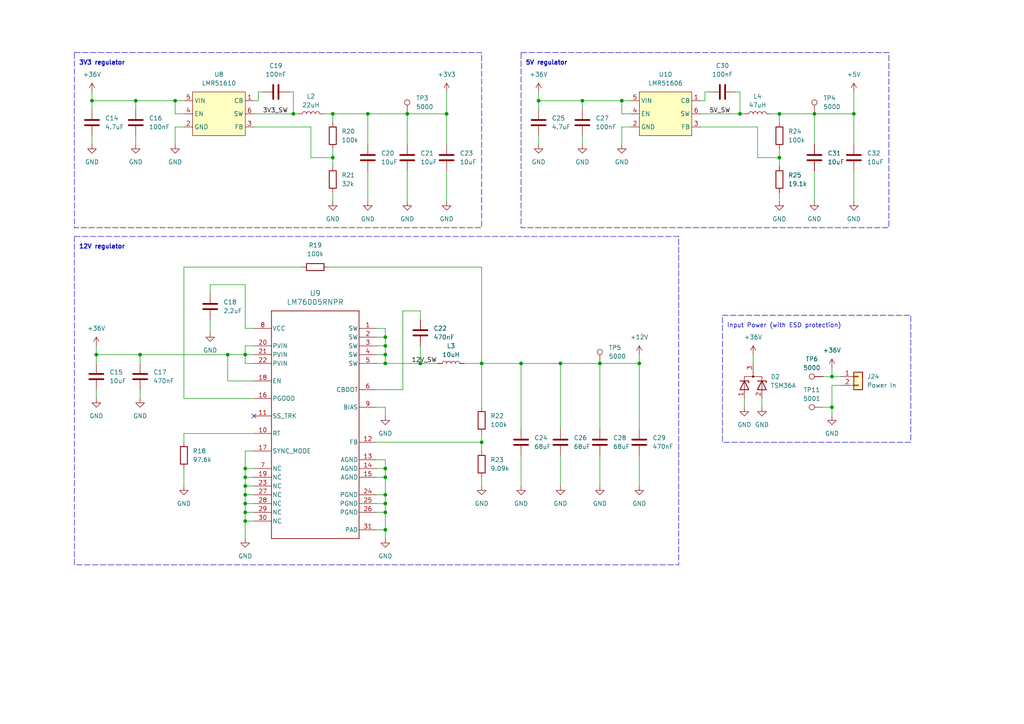
<source format=kicad_sch>
(kicad_sch (version 20231120) (generator "eeschema") (generator_version "8.0")
  (paper "A4")
  (lib_symbols
    (symbol "Connector:TestPoint" (pin_numbers hide) (pin_names (offset 0.762) hide)
      (property "Reference" "TP" (at 0 6.858 0))
      (property "Value" "TestPoint" (at 0 5.08 0))
      (symbol "TestPoint_0_1"
        (circle (center 0 3.302) (radius 0.762))
      )
      (symbol "TestPoint_1_1"
        (pin passive line (at 0 0 90) (length 2.54) (name "1") (number "1"))
      )
    )
    (symbol "Connector_Generic:Conn_01x02" (pin_names (offset 1.016) hide)
      (property "Reference" "J" (at 0 2.54 0))
      (property "Value" "Conn_01x02" (at 0 -5.08 0))
      (symbol "Conn_01x02_1_1"
        (rectangle (start -1.27 -2.413) (end 0 -2.667) (stroke (width 0.1524)))
        (rectangle (start -1.27 0.127) (end 0 -0.127) (stroke (width 0.1524)))
        (rectangle (start -1.27 1.27) (end 1.27 -3.81) (stroke (width 0.254)) (fill (type background)))
        (pin passive line (at -5.08 0 0) (length 3.81) (name "Pin_1") (number "1"))
        (pin passive line (at -5.08 -2.54 0) (length 3.81) (name "Pin_2") (number "2"))
      )
    )
    (symbol "Device:C" (pin_numbers hide) (pin_names (offset 0.254))
      (property "Reference" "C" (at 0.635 2.54 0))
      (property "Value" "C" (at 0.635 -2.54 0))
      (symbol "C_0_1"
        (polyline (pts (xy -2.032 -0.762) (xy 2.032 -0.762)) (stroke (width 0.508)))
        (polyline (pts (xy -2.032 0.762) (xy 2.032 0.762)) (stroke (width 0.508)))
      )
      (symbol "C_1_1"
        (pin passive line (at 0 3.81 270) (length 2.794) (name "~") (number "1"))
        (pin passive line (at 0 -3.81 90) (length 2.794) (name "~") (number "2"))
      )
    )
    (symbol "Device:D_Zener_Dual_CommonCathode_AAK_Parallel" (pin_names (offset 0.762) hide)
      (property "Reference" "D" (at 0 5.08 0))
      (property "Value" "D_Zener_Dual_CommonCathode_AAK_Parallel" (at 0 -5.08 0))
      (symbol "D_Zener_Dual_CommonCathode_AAK_Parallel_0_0"
        (polyline (pts (xy 0 -1.27) (xy 0 -3.81) (xy -0.508 -3.81)) (stroke (width 0.254)))
        (polyline (pts (xy 0 3.81) (xy 0 1.27) (xy -0.508 1.27)) (stroke (width 0.254)))
      )
      (symbol "D_Zener_Dual_CommonCathode_AAK_Parallel_0_1"
        (polyline (pts (xy 1.27 0) (xy 2.54 0)))
        (polyline (pts (xy -2.54 -2.54) (xy 1.27 -2.54) (xy 1.27 2.54) (xy -2.54 2.54)))
        (polyline (pts (xy -2.54 -1.27) (xy 0 -2.54) (xy -2.54 -3.81) (xy -2.54 -1.27) (xy -2.54 -1.27) (xy -2.54 -1.27)) (stroke (width 0.254)))
        (polyline (pts (xy -2.54 3.81) (xy 0 2.54) (xy -2.54 1.27) (xy -2.54 3.81) (xy -2.54 3.81) (xy -2.54 3.81)) (stroke (width 0.254)))
        (circle (center 1.27 0) (radius 0.254) (fill (type outline)))
        (pin passive line (at -5.08 2.54 0) (length 2.54) (name "K") (number "1"))
        (pin passive line (at -5.08 -2.54 0) (length 2.54) (name "K") (number "2"))
        (pin passive line (at 5.08 0 180) (length 2.54) (name "A") (number "3"))
      )
    )
    (symbol "Device:L" (pin_numbers hide) (pin_names (offset 1.016) hide)
      (property "Reference" "L" (at -1.27 0 90))
      (property "Value" "L" (at 1.905 0 90))
      (symbol "L_0_1"
        (arc (start 0 -2.54) (mid 0.6323 -1.905) (end 0 -1.27))
        (arc (start 0 -1.27) (mid 0.6323 -0.635) (end 0 0))
        (arc (start 0 0) (mid 0.6323 0.635) (end 0 1.27))
        (arc (start 0 1.27) (mid 0.6323 1.905) (end 0 2.54))
      )
      (symbol "L_1_1"
        (pin passive line (at 0 3.81 270) (length 1.27) (name "1") (number "1"))
        (pin passive line (at 0 -3.81 90) (length 1.27) (name "2") (number "2"))
      )
    )
    (symbol "Device:R" (pin_numbers hide) (pin_names (offset 0))
      (property "Reference" "R" (at 2.032 0 90))
      (property "Value" "R" (at 0 0 90))
      (symbol "R_0_1"
        (rectangle (start -1.016 -2.54) (end 1.016 2.54) (stroke (width 0.254)))
      )
      (symbol "R_1_1"
        (pin passive line (at 0 3.81 270) (length 1.27) (name "~") (number "1"))
        (pin passive line (at 0 -3.81 90) (length 1.27) (name "~") (number "2"))
      )
    )
    (symbol "LM76005RNPR:LM76005RNPR" (pin_names (offset 0.254))
      (property "Reference" "U" (at 0 2.54 0))
      (property "Value" "LM76005RNPR" (at 0 0 0))
      (symbol "LM76005RNPR_1_1"
        (polyline (pts (xy -12.7 -30.48) (xy 12.7 -30.48)) (stroke (width 0.2032)))
        (polyline (pts (xy -12.7 35.56) (xy -12.7 -30.48)) (stroke (width 0.2032)))
        (polyline (pts (xy 12.7 -30.48) (xy 12.7 35.56)) (stroke (width 0.2032)))
        (polyline (pts (xy 12.7 35.56) (xy -12.7 35.56)) (stroke (width 0.2032)))
        (pin power_in line (at 17.78 30.48 180) (length 5.08) (name "SW") (number "1"))
        (pin input line (at -17.78 0 0) (length 5.08) (name "RT") (number "10"))
        (pin input line (at -17.78 5.08 0) (length 5.08) (name "SS_TRK") (number "11"))
        (pin input line (at 17.78 -2.54 180) (length 5.08) (name "FB") (number "12"))
        (pin power_in line (at 17.78 -7.62 180) (length 5.08) (name "AGND") (number "13"))
        (pin power_in line (at 17.78 -10.16 180) (length 5.08) (name "AGND") (number "14"))
        (pin power_in line (at 17.78 -12.7 180) (length 5.08) (name "AGND") (number "15"))
        (pin open_collector line (at -17.78 10.16 0) (length 5.08) (name "PGOOD") (number "16"))
        (pin input line (at -17.78 -5.08 0) (length 5.08) (name "SYNC_MODE") (number "17"))
        (pin input line (at -17.78 15.24 0) (length 5.08) (name "EN") (number "18"))
        (pin unspecified line (at -17.78 -12.7 0) (length 5.08) (name "NC") (number "19"))
        (pin power_in line (at 17.78 27.94 180) (length 5.08) (name "SW") (number "2"))
        (pin power_in line (at -17.78 25.4 0) (length 5.08) (name "PVIN") (number "20"))
        (pin power_in line (at -17.78 22.86 0) (length 5.08) (name "PVIN") (number "21"))
        (pin power_in line (at -17.78 20.32 0) (length 5.08) (name "PVIN") (number "22"))
        (pin unspecified line (at -17.78 -15.24 0) (length 5.08) (name "NC") (number "23"))
        (pin power_in line (at 17.78 -17.78 180) (length 5.08) (name "PGND") (number "24"))
        (pin power_in line (at 17.78 -20.32 180) (length 5.08) (name "PGND") (number "25"))
        (pin power_in line (at 17.78 -22.86 180) (length 5.08) (name "PGND") (number "26"))
        (pin unspecified line (at -17.78 -17.78 0) (length 5.08) (name "NC") (number "27"))
        (pin unspecified line (at -17.78 -20.32 0) (length 5.08) (name "NC") (number "28"))
        (pin unspecified line (at -17.78 -22.86 0) (length 5.08) (name "NC") (number "29"))
        (pin power_in line (at 17.78 25.4 180) (length 5.08) (name "SW") (number "3"))
        (pin unspecified line (at -17.78 -25.4 0) (length 5.08) (name "NC") (number "30"))
        (pin power_in line (at 17.78 -27.94 180) (length 5.08) (name "PAD") (number "31"))
        (pin power_in line (at 17.78 22.86 180) (length 5.08) (name "SW") (number "4"))
        (pin power_in line (at 17.78 20.32 180) (length 5.08) (name "SW") (number "5"))
        (pin power_in line (at 17.78 12.7 180) (length 5.08) (name "CBOOT") (number "6"))
        (pin unspecified line (at -17.78 -10.16 0) (length 5.08) (name "NC") (number "7"))
        (pin power_in line (at -17.78 30.48 0) (length 5.08) (name "VCC") (number "8"))
        (pin unspecified line (at 17.78 7.62 180) (length 5.08) (name "BIAS") (number "9"))
      )
    )
    (symbol "custom:LMR51610XDBVR"
      (property "Reference" "U" (at 0 7.62 0))
      (symbol "LMR51610XDBVR_1_1"
        (rectangle (start -7.62 6.35) (end 7.62 -6.35) (fill (type background)))
        (pin power_out line (at 10.16 3.81 180) (length 2.54) (name "CB") (number "1"))
        (pin passive line (at -10.16 -3.81 0) (length 2.54) (name "GND") (number "2"))
        (pin input line (at 10.16 -3.81 180) (length 2.54) (name "FB") (number "3"))
        (pin input line (at -10.16 0 0) (length 2.54) (name "EN") (number "4"))
        (pin power_in line (at -10.16 3.81 0) (length 2.54) (name "VIN") (number "5"))
        (pin power_out line (at 10.16 0 180) (length 2.54) (name "SW") (number "6"))
      )
    )
    (symbol "power:+12V" (power) (pin_names (offset 0))
      (property "Value" "+12V" (at 0 3.556 0))
      (symbol "+12V_0_1"
        (polyline (pts (xy -0.762 1.27) (xy 0 2.54)))
        (polyline (pts (xy 0 0) (xy 0 2.54)))
        (polyline (pts (xy 0 2.54) (xy 0.762 1.27)))
      )
      (symbol "+12V_1_1"
        (pin power_in line (at 0 0 90) (length 0) hide (name "+12V") (number "1"))
      )
    )
    (symbol "power:+36V" (power) (pin_names (offset 0))
      (property "Value" "+36V" (at 0 3.556 0))
      (symbol "+36V_0_1"
        (polyline (pts (xy -0.762 1.27) (xy 0 2.54)))
        (polyline (pts (xy 0 0) (xy 0 2.54)))
        (polyline (pts (xy 0 2.54) (xy 0.762 1.27)))
      )
      (symbol "+36V_1_1"
        (pin power_in line (at 0 0 90) (length 0) hide (name "+36V") (number "1"))
      )
    )
    (symbol "power:+3V3" (power) (pin_names (offset 0))
      (property "Value" "+3V3" (at 0 3.556 0))
      (symbol "+3V3_0_1"
        (polyline (pts (xy -0.762 1.27) (xy 0 2.54)))
        (polyline (pts (xy 0 0) (xy 0 2.54)))
        (polyline (pts (xy 0 2.54) (xy 0.762 1.27)))
      )
      (symbol "+3V3_1_1"
        (pin power_in line (at 0 0 90) (length 0) hide (name "+3V3") (number "1"))
      )
    )
    (symbol "power:+5V" (power) (pin_names (offset 0))
      (property "Value" "+5V" (at 0 3.556 0))
      (symbol "+5V_0_1"
        (polyline (pts (xy -0.762 1.27) (xy 0 2.54)))
        (polyline (pts (xy 0 0) (xy 0 2.54)))
        (polyline (pts (xy 0 2.54) (xy 0.762 1.27)))
      )
      (symbol "+5V_1_1"
        (pin power_in line (at 0 0 90) (length 0) hide (name "+5V") (number "1"))
      )
    )
    (symbol "power:GND" (power) (pin_names (offset 0))
      (property "Value" "GND" (at 0 -3.81 0))
      (symbol "GND_0_1"
        (polyline (pts (xy 0 0) (xy 0 -1.27) (xy 1.27 -1.27) (xy 0 -2.54) (xy -1.27 -1.27) (xy 0 -1.27)))
      )
      (symbol "GND_1_1"
        (pin power_in line (at 0 0 270) (length 0) hide (name "GND") (number "1"))
      )
    )
  )
  (junction (at 236.22 33.02))
  (junction (at 26.67 29.21))
  (junction (at 214.63 33.02))
  (junction (at 111.76 97.79))
  (junction (at 111.76 143.51))
  (junction (at 71.12 146.05))
  (junction (at 85.09 33.02))
  (junction (at 111.76 135.89))
  (junction (at 39.37 29.21))
  (junction (at 168.91 29.21))
  (junction (at 111.76 138.43))
  (junction (at 173.99 105.41))
  (junction (at 111.76 148.59))
  (junction (at 50.8 29.21))
  (junction (at 111.76 102.87))
  (junction (at 156.21 29.21))
  (junction (at 129.54 33.02))
  (junction (at 106.68 33.02))
  (junction (at 121.92 105.41))
  (junction (at 111.76 153.67))
  (junction (at 96.52 33.02))
  (junction (at 226.06 45.72))
  (junction (at 66.04 102.87))
  (junction (at 40.64 102.87))
  (junction (at 118.11 33.02))
  (junction (at 71.12 143.51))
  (junction (at 185.42 105.41))
  (junction (at 247.65 33.02))
  (junction (at 111.76 105.41))
  (junction (at 71.12 102.87))
  (junction (at 241.3 109.22))
  (junction (at 226.06 33.02))
  (junction (at 162.56 105.41))
  (junction (at 111.76 146.05))
  (junction (at 180.34 29.21))
  (junction (at 71.12 135.89))
  (junction (at 151.13 105.41))
  (junction (at 71.12 138.43))
  (junction (at 71.12 151.13))
  (junction (at 71.12 148.59))
  (junction (at 139.7 105.41))
  (junction (at 139.7 128.27))
  (junction (at 111.76 100.33))
  (junction (at 71.12 140.97))
  (junction (at 241.3 118.11))
  (junction (at 96.52 45.72))
  (junction (at 27.94 102.87))
  (no_connect (at 73.66 120.65))
  (wire (pts (xy 95.25 77.47) (xy 139.7 77.47)))
  (wire (pts (xy 121.92 105.41) (xy 127 105.41)))
  (wire (pts (xy 180.34 29.21) (xy 180.34 33.02)))
  (wire (pts (xy 111.76 100.33) (xy 111.76 102.87)))
  (wire (pts (xy 156.21 29.21) (xy 168.91 29.21)))
  (wire (pts (xy 151.13 105.41) (xy 151.13 124.46)))
  (wire (pts (xy 26.67 26.67) (xy 26.67 29.21)))
  (wire (pts (xy 241.3 106.68) (xy 241.3 109.22)))
  (wire (pts (xy 241.3 109.22) (xy 243.84 109.22)))
  (wire (pts (xy 203.2 29.21) (xy 204.47 29.21)))
  (wire (pts (xy 111.76 102.87) (xy 111.76 105.41)))
  (wire (pts (xy 223.52 33.02) (xy 226.06 33.02)))
  (wire (pts (xy 53.34 128.27) (xy 53.34 125.73)))
  (wire (pts (xy 180.34 29.21) (xy 168.91 29.21)))
  (wire (pts (xy 26.67 29.21) (xy 39.37 29.21)))
  (wire (pts (xy 73.66 29.21) (xy 74.93 29.21)))
  (wire (pts (xy 71.12 100.33) (xy 71.12 102.87)))
  (wire (pts (xy 204.47 26.67) (xy 205.74 26.67)))
  (wire (pts (xy 60.96 82.55) (xy 60.96 85.09)))
  (wire (pts (xy 50.8 41.91) (xy 50.8 36.83)))
  (wire (pts (xy 71.12 143.51) (xy 71.12 146.05)))
  (wire (pts (xy 40.64 102.87) (xy 66.04 102.87)))
  (wire (pts (xy 109.22 95.25) (xy 111.76 95.25)))
  (wire (pts (xy 111.76 138.43) (xy 111.76 143.51)))
  (wire (pts (xy 73.66 115.57) (xy 53.34 115.57)))
  (wire (pts (xy 182.88 29.21) (xy 180.34 29.21)))
  (wire (pts (xy 93.98 33.02) (xy 96.52 33.02)))
  (wire (pts (xy 156.21 39.37) (xy 156.21 41.91)))
  (wire (pts (xy 118.11 33.02) (xy 118.11 41.91)))
  (wire (pts (xy 168.91 29.21) (xy 168.91 31.75)))
  (wire (pts (xy 74.93 29.21) (xy 74.93 26.67)))
  (wire (pts (xy 27.94 102.87) (xy 27.94 105.41)))
  (wire (pts (xy 139.7 77.47) (xy 139.7 105.41)))
  (wire (pts (xy 185.42 105.41) (xy 185.42 102.87)))
  (wire (pts (xy 111.76 133.35) (xy 111.76 135.89)))
  (wire (pts (xy 111.76 153.67) (xy 109.22 153.67)))
  (wire (pts (xy 134.62 105.41) (xy 139.7 105.41)))
  (wire (pts (xy 116.84 113.03) (xy 116.84 90.17)))
  (wire (pts (xy 71.12 151.13) (xy 73.66 151.13)))
  (wire (pts (xy 50.8 29.21) (xy 39.37 29.21)))
  (wire (pts (xy 71.12 151.13) (xy 71.12 156.21)))
  (wire (pts (xy 39.37 39.37) (xy 39.37 41.91)))
  (wire (pts (xy 111.76 118.11) (xy 109.22 118.11)))
  (wire (pts (xy 219.71 45.72) (xy 226.06 45.72)))
  (wire (pts (xy 109.22 113.03) (xy 116.84 113.03)))
  (wire (pts (xy 129.54 33.02) (xy 129.54 41.91)))
  (wire (pts (xy 73.66 95.25) (xy 71.12 95.25)))
  (wire (pts (xy 66.04 102.87) (xy 71.12 102.87)))
  (wire (pts (xy 60.96 92.71) (xy 60.96 96.52)))
  (wire (pts (xy 73.66 100.33) (xy 71.12 100.33)))
  (wire (pts (xy 203.2 36.83) (xy 219.71 36.83)))
  (wire (pts (xy 241.3 111.76) (xy 243.84 111.76)))
  (wire (pts (xy 106.68 49.53) (xy 106.68 58.42)))
  (wire (pts (xy 71.12 146.05) (xy 71.12 148.59)))
  (wire (pts (xy 71.12 105.41) (xy 73.66 105.41)))
  (wire (pts (xy 71.12 138.43) (xy 73.66 138.43)))
  (wire (pts (xy 85.09 33.02) (xy 86.36 33.02)))
  (wire (pts (xy 71.12 130.81) (xy 71.12 135.89)))
  (wire (pts (xy 226.06 45.72) (xy 226.06 48.26)))
  (wire (pts (xy 71.12 148.59) (xy 73.66 148.59)))
  (wire (pts (xy 111.76 120.65) (xy 111.76 118.11)))
  (wire (pts (xy 109.22 102.87) (xy 111.76 102.87)))
  (wire (pts (xy 238.76 118.11) (xy 241.3 118.11)))
  (wire (pts (xy 50.8 33.02) (xy 53.34 33.02)))
  (wire (pts (xy 109.22 128.27) (xy 139.7 128.27)))
  (wire (pts (xy 71.12 82.55) (xy 60.96 82.55)))
  (wire (pts (xy 73.66 135.89) (xy 71.12 135.89)))
  (wire (pts (xy 213.36 26.67) (xy 214.63 26.67)))
  (wire (pts (xy 139.7 128.27) (xy 139.7 125.73)))
  (wire (pts (xy 236.22 33.02) (xy 247.65 33.02)))
  (wire (pts (xy 27.94 100.33) (xy 27.94 102.87)))
  (wire (pts (xy 162.56 132.08) (xy 162.56 140.97)))
  (wire (pts (xy 226.06 43.18) (xy 226.06 45.72)))
  (wire (pts (xy 156.21 31.75) (xy 156.21 29.21)))
  (wire (pts (xy 106.68 33.02) (xy 106.68 41.91)))
  (wire (pts (xy 109.22 146.05) (xy 111.76 146.05)))
  (wire (pts (xy 71.12 102.87) (xy 71.12 105.41)))
  (wire (pts (xy 106.68 33.02) (xy 118.11 33.02)))
  (wire (pts (xy 73.66 33.02) (xy 85.09 33.02)))
  (wire (pts (xy 50.8 29.21) (xy 50.8 33.02)))
  (wire (pts (xy 109.22 97.79) (xy 111.76 97.79)))
  (wire (pts (xy 40.64 113.03) (xy 40.64 115.57)))
  (wire (pts (xy 151.13 105.41) (xy 162.56 105.41)))
  (wire (pts (xy 247.65 49.53) (xy 247.65 58.42)))
  (wire (pts (xy 111.76 143.51) (xy 111.76 146.05)))
  (wire (pts (xy 139.7 128.27) (xy 139.7 130.81)))
  (wire (pts (xy 71.12 138.43) (xy 71.12 140.97)))
  (wire (pts (xy 53.34 115.57) (xy 53.34 77.47)))
  (wire (pts (xy 247.65 26.67) (xy 247.65 33.02)))
  (wire (pts (xy 27.94 102.87) (xy 40.64 102.87)))
  (wire (pts (xy 40.64 102.87) (xy 40.64 105.41)))
  (wire (pts (xy 129.54 26.67) (xy 129.54 33.02)))
  (wire (pts (xy 220.98 115.57) (xy 220.98 118.11)))
  (wire (pts (xy 96.52 45.72) (xy 96.52 48.26)))
  (wire (pts (xy 168.91 39.37) (xy 168.91 41.91)))
  (wire (pts (xy 129.54 49.53) (xy 129.54 58.42)))
  (wire (pts (xy 73.66 130.81) (xy 71.12 130.81)))
  (wire (pts (xy 111.76 148.59) (xy 109.22 148.59)))
  (wire (pts (xy 121.92 90.17) (xy 121.92 92.71)))
  (wire (pts (xy 121.92 100.33) (xy 121.92 105.41)))
  (wire (pts (xy 214.63 26.67) (xy 214.63 33.02)))
  (wire (pts (xy 116.84 90.17) (xy 121.92 90.17)))
  (wire (pts (xy 96.52 33.02) (xy 106.68 33.02)))
  (wire (pts (xy 180.34 33.02) (xy 182.88 33.02)))
  (wire (pts (xy 173.99 132.08) (xy 173.99 140.97)))
  (wire (pts (xy 111.76 148.59) (xy 111.76 153.67)))
  (wire (pts (xy 109.22 138.43) (xy 111.76 138.43)))
  (wire (pts (xy 241.3 120.65) (xy 241.3 118.11)))
  (wire (pts (xy 111.76 95.25) (xy 111.76 97.79)))
  (wire (pts (xy 109.22 100.33) (xy 111.76 100.33)))
  (wire (pts (xy 83.82 26.67) (xy 85.09 26.67)))
  (wire (pts (xy 71.12 140.97) (xy 71.12 143.51)))
  (wire (pts (xy 162.56 105.41) (xy 173.99 105.41)))
  (wire (pts (xy 66.04 102.87) (xy 66.04 110.49)))
  (wire (pts (xy 185.42 105.41) (xy 185.42 124.46)))
  (wire (pts (xy 185.42 132.08) (xy 185.42 140.97)))
  (wire (pts (xy 118.11 33.02) (xy 129.54 33.02)))
  (wire (pts (xy 214.63 33.02) (xy 215.9 33.02)))
  (wire (pts (xy 226.06 33.02) (xy 226.06 35.56)))
  (wire (pts (xy 204.47 29.21) (xy 204.47 26.67)))
  (wire (pts (xy 96.52 43.18) (xy 96.52 45.72)))
  (wire (pts (xy 96.52 33.02) (xy 96.52 35.56)))
  (wire (pts (xy 247.65 33.02) (xy 247.65 41.91)))
  (wire (pts (xy 71.12 146.05) (xy 73.66 146.05)))
  (wire (pts (xy 53.34 125.73) (xy 73.66 125.73)))
  (wire (pts (xy 111.76 135.89) (xy 111.76 138.43)))
  (wire (pts (xy 109.22 133.35) (xy 111.76 133.35)))
  (wire (pts (xy 238.76 109.22) (xy 241.3 109.22)))
  (wire (pts (xy 226.06 33.02) (xy 236.22 33.02)))
  (wire (pts (xy 71.12 143.51) (xy 73.66 143.51)))
  (wire (pts (xy 162.56 105.41) (xy 162.56 124.46)))
  (wire (pts (xy 53.34 77.47) (xy 87.63 77.47)))
  (wire (pts (xy 241.3 118.11) (xy 241.3 111.76)))
  (wire (pts (xy 173.99 105.41) (xy 173.99 124.46)))
  (wire (pts (xy 236.22 49.53) (xy 236.22 58.42)))
  (wire (pts (xy 139.7 105.41) (xy 139.7 118.11)))
  (wire (pts (xy 90.17 45.72) (xy 96.52 45.72)))
  (wire (pts (xy 111.76 146.05) (xy 111.76 148.59)))
  (wire (pts (xy 71.12 102.87) (xy 73.66 102.87)))
  (wire (pts (xy 151.13 132.08) (xy 151.13 140.97)))
  (wire (pts (xy 73.66 110.49) (xy 66.04 110.49)))
  (wire (pts (xy 39.37 29.21) (xy 39.37 31.75)))
  (wire (pts (xy 139.7 105.41) (xy 151.13 105.41)))
  (wire (pts (xy 96.52 55.88) (xy 96.52 58.42)))
  (wire (pts (xy 111.76 153.67) (xy 111.76 156.21)))
  (wire (pts (xy 27.94 113.03) (xy 27.94 115.57)))
  (wire (pts (xy 219.71 36.83) (xy 219.71 45.72)))
  (wire (pts (xy 109.22 135.89) (xy 111.76 135.89)))
  (wire (pts (xy 71.12 140.97) (xy 73.66 140.97)))
  (wire (pts (xy 118.11 49.53) (xy 118.11 58.42)))
  (wire (pts (xy 26.67 39.37) (xy 26.67 41.91)))
  (wire (pts (xy 180.34 36.83) (xy 182.88 36.83)))
  (wire (pts (xy 109.22 105.41) (xy 111.76 105.41)))
  (wire (pts (xy 180.34 41.91) (xy 180.34 36.83)))
  (wire (pts (xy 85.09 26.67) (xy 85.09 33.02)))
  (wire (pts (xy 71.12 95.25) (xy 71.12 82.55)))
  (wire (pts (xy 218.44 102.87) (xy 218.44 105.41)))
  (wire (pts (xy 236.22 33.02) (xy 236.22 41.91)))
  (wire (pts (xy 71.12 148.59) (xy 71.12 151.13)))
  (wire (pts (xy 74.93 26.67) (xy 76.2 26.67)))
  (wire (pts (xy 90.17 36.83) (xy 90.17 45.72)))
  (wire (pts (xy 111.76 105.41) (xy 121.92 105.41)))
  (wire (pts (xy 226.06 55.88) (xy 226.06 58.42)))
  (wire (pts (xy 139.7 138.43) (xy 139.7 140.97)))
  (wire (pts (xy 53.34 29.21) (xy 50.8 29.21)))
  (wire (pts (xy 53.34 135.89) (xy 53.34 140.97)))
  (wire (pts (xy 111.76 97.79) (xy 111.76 100.33)))
  (wire (pts (xy 215.9 115.57) (xy 215.9 118.11)))
  (wire (pts (xy 26.67 31.75) (xy 26.67 29.21)))
  (wire (pts (xy 156.21 26.67) (xy 156.21 29.21)))
  (wire (pts (xy 71.12 135.89) (xy 71.12 138.43)))
  (wire (pts (xy 109.22 143.51) (xy 111.76 143.51)))
  (wire (pts (xy 50.8 36.83) (xy 53.34 36.83)))
  (wire (pts (xy 203.2 33.02) (xy 214.63 33.02)))
  (wire (pts (xy 173.99 105.41) (xy 185.42 105.41)))
  (wire (pts (xy 73.66 36.83) (xy 90.17 36.83)))
  (rectangle (start 151.13 15.24) (end 257.81 66.04) (stroke (width 0) (type dash)))
  (rectangle (start 21.59 15.24) (end 139.7 66.04) (stroke (width 0) (type dash)))
  (rectangle (start 209.55 91.44) (end 264.16 128.27) (stroke (width 0) (type dash)))
  (rectangle (start 21.59 68.58) (end 196.85 163.83) (stroke (width 0) (type dash)))
  (text "Input Power (with ESD protection)" (at 210.82 95.25 0) (effects (font (size 1.27 1.27)) (justify left bottom)))
  (text "12V regulator" (at 22.86 72.39 0) (effects (font (size 1.27 1.27) (thickness 0.254) (bold yes)) (justify left bottom)))
  (text "5V regulator" (at 152.4 19.05 0) (effects (font (size 1.27 1.27) (thickness 0.254) (bold yes)) (justify left bottom)))
  (text "3V3 regulator" (at 22.86 19.05 0) (effects (font (size 1.27 1.27) (thickness 0.254) (bold yes)) (justify left bottom)))
  (label "3V3_SW" (at 76.2 33.02 0))
  (label "5V_SW" (at 205.74 33.02 0))
  (label "12V_SW" (at 119.38 105.41 0))
  (symbol (lib_id "Connector_Generic:Conn_01x02") (at 248.92 109.22 0) (unit 1)
    (property "Reference" "J24" (at 251.46 109.22 0) (effects (justify left)))
    (property "Value" "Power In" (at 251.46 111.76 0) (effects (justify left)))
    (property "Footprint" "Connector_JST:JST_VH_S2P-VH_1x02_P3.96mm_Horizontal" (effects (hide yes)))
  )
  (symbol (lib_id "Device:C") (at 80.01 26.67 90) (unit 1)
    (property "Reference" "C19" (at 80.01 19.05 90))
    (property "Value" "100nF" (at 80.01 21.59 90))
    (property "Footprint" "Capacitor_SMD:C_0603_1608Metric_Pad1.08x0.95mm_HandSolder" (effects (hide yes)))
    (property "info" "VDC = 16 V " (effects (hide yes)))
  )
  (symbol (lib_id "Connector:TestPoint") (at 173.99 105.41 0) (unit 1)
    (property "Reference" "TP5" (at 176.53 100.838 0) (effects (justify left)))
    (property "Value" "5000" (at 176.53 103.378 0) (effects (justify left)))
    (property "Footprint" "TestPoint:TestPoint_Keystone_5000-5004_Miniature" (effects (hide yes)))
  )
  (symbol (lib_id "Device:C") (at 129.54 45.72 0) (unit 1)
    (property "Reference" "C23" (at 133.35 44.45 0) (effects (justify left)))
    (property "Value" "10uF" (at 133.35 46.99 0) (effects (justify left)))
    (property "Footprint" "Capacitor_SMD:C_0805_2012Metric_Pad1.18x1.45mm_HandSolder" (effects (hide yes)))
    (property "p/n" "C0805C106K8PACTU" (effects (hide yes)))
  )
  (symbol (lib_id "power:GND") (at 162.56 140.97 0) (unit 1)
    (property "Reference" "#PWR0118" (effects (hide yes)))
    (property "Value" "GND" (at 162.56 146.05 0))
  )
  (symbol (lib_id "power:GND") (at 241.3 120.65 0) (unit 1)
    (property "Reference" "#PWR0176" (effects (hide yes)))
    (property "Value" "GND" (at 241.3 125.73 0))
  )
  (symbol (lib_id "power:GND") (at 226.06 58.42 0) (unit 1)
    (property "Reference" "#PWR0124" (effects (hide yes)))
    (property "Value" "GND" (at 226.06 63.5 0))
  )
  (symbol (lib_id "power:GND") (at 60.96 96.52 0) (unit 1)
    (property "Reference" "#PWR0105" (effects (hide yes)))
    (property "Value" "GND" (at 60.96 101.6 0))
  )
  (symbol (lib_id "Device:R") (at 139.7 134.62 0) (unit 1)
    (property "Reference" "R23" (at 142.24 133.35 0) (effects (justify left)))
    (property "Value" "9.09k" (at 142.24 135.89 0) (effects (justify left)))
    (property "Footprint" "Resistor_SMD:R_0603_1608Metric_Pad0.98x0.95mm_HandSolder" (effects (hide yes)))
    (property "info" "100mW" (effects (hide yes)))
  )
  (symbol (lib_id "Connector:TestPoint") (at 236.22 33.02 0) (unit 1)
    (property "Reference" "TP4" (at 238.76 28.448 0) (effects (justify left)))
    (property "Value" "5000" (at 238.76 30.988 0) (effects (justify left)))
    (property "Footprint" "TestPoint:TestPoint_Keystone_5000-5004_Miniature" (effects (hide yes)))
  )
  (symbol (lib_id "Device:C") (at 106.68 45.72 0) (unit 1)
    (property "Reference" "C20" (at 110.49 44.45 0) (effects (justify left)))
    (property "Value" "10uF" (at 110.49 46.99 0) (effects (justify left)))
    (property "Footprint" "Capacitor_SMD:C_0805_2012Metric_Pad1.18x1.45mm_HandSolder" (effects (hide yes)))
    (property "p/n" "C0805C106K8PACTU" (effects (hide yes)))
  )
  (symbol (lib_id "Device:C") (at 118.11 45.72 0) (unit 1)
    (property "Reference" "C21" (at 121.92 44.45 0) (effects (justify left)))
    (property "Value" "10uF" (at 121.92 46.99 0) (effects (justify left)))
    (property "Footprint" "Capacitor_SMD:C_0805_2012Metric_Pad1.18x1.45mm_HandSolder" (effects (hide yes)))
    (property "p/n" "C0805C106K8PACTU" (effects (hide yes)))
  )
  (symbol (lib_id "power:GND") (at 111.76 156.21 0) (unit 1)
    (property "Reference" "#PWR0110" (effects (hide yes)))
    (property "Value" "GND" (at 111.76 161.29 0))
  )
  (symbol (lib_id "power:+36V") (at 156.21 26.67 0) (unit 1)
    (property "Reference" "#PWR0116" (effects (hide yes)))
    (property "Value" "+36V" (at 156.21 21.59 0))
  )
  (symbol (lib_id "Device:R") (at 91.44 77.47 90) (unit 1)
    (property "Reference" "R19" (at 91.44 71.12 90))
    (property "Value" "100k" (at 91.44 73.66 90))
    (property "Footprint" "Resistor_SMD:R_0603_1608Metric_Pad0.98x0.95mm_HandSolder" (effects (hide yes)))
    (property "info" "100mW" (effects (hide yes)))
  )
  (symbol (lib_id "custom:LMR51610XDBVR") (at 63.5 33.02 0) (unit 1)
    (property "Reference" "U8" (at 63.5 21.59 0))
    (property "Value" "LMR51610" (at 63.5 24.13 0))
    (property "Footprint" "footprints:LMR51610XDBVR" (effects (hide yes)))
  )
  (symbol (lib_id "Device:R") (at 96.52 39.37 0) (unit 1)
    (property "Reference" "R20" (at 99.06 38.1 0) (effects (justify left)))
    (property "Value" "100k" (at 99.06 40.64 0) (effects (justify left)))
    (property "Footprint" "Resistor_SMD:R_0603_1608Metric_Pad0.98x0.95mm_HandSolder" (effects (hide yes)))
  )
  (symbol (lib_id "power:GND") (at 236.22 58.42 0) (unit 1)
    (property "Reference" "#PWR0125" (effects (hide yes)))
    (property "Value" "GND" (at 236.22 63.5 0))
  )
  (symbol (lib_id "Device:C") (at 151.13 128.27 0) (unit 1)
    (property "Reference" "C24" (at 154.94 127 0) (effects (justify left)))
    (property "Value" "68uF" (at 154.94 129.54 0) (effects (justify left)))
    (property "Footprint" "Capacitor_SMD:CP_Elec_6.3x7.7" (effects (hide yes)))
    (property "p/n" "UUD1V680MCL1GS" (effects (hide yes)))
  )
  (symbol (lib_id "power:GND") (at 40.64 115.57 0) (unit 1)
    (property "Reference" "#PWR0102" (effects (hide yes)))
    (property "Value" "GND" (at 40.64 120.65 0))
  )
  (symbol (lib_id "Device:R") (at 96.52 52.07 0) (unit 1)
    (property "Reference" "R21" (at 99.06 50.8 0) (effects (justify left)))
    (property "Value" "32k" (at 99.06 53.34 0) (effects (justify left)))
    (property "Footprint" "Resistor_SMD:R_0603_1608Metric_Pad0.98x0.95mm_HandSolder" (effects (hide yes)))
  )
  (symbol (lib_id "Device:L") (at 90.17 33.02 90) (unit 1)
    (property "Reference" "L2" (at 90.17 27.94 90))
    (property "Value" "22uH" (at 90.17 30.48 90))
    (property "Footprint" "footprints:SDR1006220ML" (effects (hide yes)))
    (property "p/n" "SDR1006-220ML" (effects (hide yes)))
  )
  (symbol (lib_id "power:GND") (at 156.21 41.91 0) (unit 1)
    (property "Reference" "#PWR0117" (effects (hide yes)))
    (property "Value" "GND" (at 156.21 46.99 0))
  )
  (symbol (lib_id "power:GND") (at 71.12 156.21 0) (unit 1)
    (property "Reference" "#PWR0106" (effects (hide yes)))
    (property "Value" "GND" (at 71.12 161.29 0))
  )
  (symbol (lib_id "Device:C") (at 26.67 35.56 0) (unit 1)
    (property "Reference" "C14" (at 30.48 34.29 0) (effects (justify left)))
    (property "Value" "4.7uF" (at 30.48 36.83 0) (effects (justify left)))
    (property "Footprint" "Capacitor_SMD:C_2220_5750Metric_Pad1.97x5.40mm_HandSolder" (effects (hide yes)))
    (property "p/n" "C5750X7R2A475M230KA" (effects (hide yes)))
  )
  (symbol (lib_id "Connector:TestPoint") (at 238.76 118.11 90) (unit 1)
    (property "Reference" "TP11" (at 235.458 113.0841 90))
    (property "Value" "5001" (at 235.458 115.6241 90))
    (property "Footprint" "TestPoint:TestPoint_Keystone_5000-5004_Miniature" (effects (hide yes)))
  )
  (symbol (lib_id "power:+36V") (at 27.94 100.33 0) (unit 1)
    (property "Reference" "#PWR099" (effects (hide yes)))
    (property "Value" "+36V" (at 27.94 95.25 0))
  )
  (symbol (lib_id "Device:C") (at 156.21 35.56 0) (unit 1)
    (property "Reference" "C25" (at 160.02 34.29 0) (effects (justify left)))
    (property "Value" "4.7uF" (at 160.02 36.83 0) (effects (justify left)))
    (property "Footprint" "Capacitor_SMD:C_2220_5750Metric_Pad1.97x5.40mm_HandSolder" (effects (hide yes)))
    (property "p/n" "C5750X7R2A475M230KA" (effects (hide yes)))
  )
  (symbol (lib_id "power:GND") (at 27.94 115.57 0) (unit 1)
    (property "Reference" "#PWR0100" (effects (hide yes)))
    (property "Value" "GND" (at 27.94 120.65 0))
  )
  (symbol (lib_id "Device:L") (at 219.71 33.02 90) (unit 1)
    (property "Reference" "L4" (at 219.71 27.94 90))
    (property "Value" "47uH" (at 219.71 30.48 90))
    (property "Footprint" "footprints:SDR1006220ML" (effects (hide yes)))
    (property "p/n" "CY105-47uH" (effects (hide yes)))
  )
  (symbol (lib_id "power:GND") (at 180.34 41.91 0) (unit 1)
    (property "Reference" "#PWR0121" (effects (hide yes)))
    (property "Value" "GND" (at 180.34 46.99 0))
  )
  (symbol (lib_id "power:GND") (at 50.8 41.91 0) (unit 1)
    (property "Reference" "#PWR0103" (effects (hide yes)))
    (property "Value" "GND" (at 50.8 46.99 0))
  )
  (symbol (lib_id "Device:C") (at 185.42 128.27 0) (unit 1)
    (property "Reference" "C29" (at 189.23 127 0) (effects (justify left)))
    (property "Value" "470nF" (at 189.23 129.54 0) (effects (justify left)))
    (property "Footprint" "Capacitor_SMD:C_0603_1608Metric_Pad1.08x0.95mm_HandSolder" (effects (hide yes)))
    (property "info" "50V" (effects (hide yes)))
  )
  (symbol (lib_id "power:GND") (at 151.13 140.97 0) (unit 1)
    (property "Reference" "#PWR0115" (effects (hide yes)))
    (property "Value" "GND" (at 151.13 146.05 0))
  )
  (symbol (lib_id "power:GND") (at 139.7 140.97 0) (unit 1)
    (property "Reference" "#PWR0114" (effects (hide yes)))
    (property "Value" "GND" (at 139.7 146.05 0))
  )
  (symbol (lib_id "power:GND") (at 118.11 58.42 0) (unit 1)
    (property "Reference" "#PWR0111" (effects (hide yes)))
    (property "Value" "GND" (at 118.11 63.5 0))
  )
  (symbol (lib_id "power:+5V") (at 247.65 26.67 0) (unit 1)
    (property "Reference" "#PWR0126" (effects (hide yes)))
    (property "Value" "+5V" (at 247.65 21.59 0))
  )
  (symbol (lib_id "power:GND") (at 106.68 58.42 0) (unit 1)
    (property "Reference" "#PWR0108" (effects (hide yes)))
    (property "Value" "GND" (at 106.68 63.5 0))
  )
  (symbol (lib_id "Device:C") (at 247.65 45.72 0) (unit 1)
    (property "Reference" "C32" (at 251.46 44.45 0) (effects (justify left)))
    (property "Value" "10uF" (at 251.46 46.99 0) (effects (justify left)))
    (property "Footprint" "Capacitor_SMD:C_0805_2012Metric_Pad1.18x1.45mm_HandSolder" (effects (hide yes)))
    (property "p/n" "C0805C106K8PACTU" (effects (hide yes)))
  )
  (symbol (lib_id "power:+36V") (at 218.44 102.87 0) (unit 1)
    (property "Reference" "#PWR0172" (effects (hide yes)))
    (property "Value" "+36V" (at 218.44 97.79 0))
  )
  (symbol (lib_id "Device:R") (at 53.34 132.08 0) (unit 1)
    (property "Reference" "R18" (at 55.88 130.81 0) (effects (justify left)))
    (property "Value" "97.6k" (at 55.88 133.35 0) (effects (justify left)))
    (property "Footprint" "Resistor_SMD:R_0603_1608Metric_Pad0.98x0.95mm_HandSolder" (effects (hide yes)))
  )
  (symbol (lib_id "LM76005RNPR:LM76005RNPR") (at 91.44 125.73 0) (unit 1)
    (property "Reference" "U9" (at 91.44 85.09 0) (effects (font (size 1.524 1.524))))
    (property "Value" "LM76005RNPR" (at 91.44 87.63 0) (effects (font (size 1.524 1.524))))
    (property "Footprint" "RNP0030A" (effects (hide yes)))
    (property "Datasheet" "LM76005RNPR" (effects (hide yes)))
  )
  (symbol (lib_id "custom:LMR51610XDBVR") (at 193.04 33.02 0) (unit 1)
    (property "Reference" "U10" (at 193.04 21.59 0))
    (property "Value" "LMR51606" (at 193.04 24.13 0))
    (property "Footprint" "footprints:LMR51610XDBVR" (effects (hide yes)))
  )
  (symbol (lib_id "Device:C") (at 173.99 128.27 0) (unit 1)
    (property "Reference" "C28" (at 177.8 127 0) (effects (justify left)))
    (property "Value" "68uF" (at 177.8 129.54 0) (effects (justify left)))
    (property "Footprint" "Capacitor_SMD:CP_Elec_6.3x7.7" (effects (hide yes)))
    (property "p/n" "UUD1V680MCL1GS" (effects (hide yes)))
  )
  (symbol (lib_id "power:GND") (at 173.99 140.97 0) (unit 1)
    (property "Reference" "#PWR0120" (effects (hide yes)))
    (property "Value" "GND" (at 173.99 146.05 0))
  )
  (symbol (lib_id "power:GND") (at 215.9 118.11 0) (unit 1)
    (property "Reference" "#PWR0173" (effects (hide yes)))
    (property "Value" "GND" (at 215.9 123.19 0))
  )
  (symbol (lib_id "power:GND") (at 129.54 58.42 0) (unit 1)
    (property "Reference" "#PWR0113" (effects (hide yes)))
    (property "Value" "GND" (at 129.54 63.5 0))
  )
  (symbol (lib_id "power:+3V3") (at 129.54 26.67 0) (unit 1)
    (property "Reference" "#PWR0112" (effects (hide yes)))
    (property "Value" "+3V3" (at 129.54 21.59 0))
  )
  (symbol (lib_id "power:GND") (at 53.34 140.97 0) (unit 1)
    (property "Reference" "#PWR0104" (effects (hide yes)))
    (property "Value" "GND" (at 53.34 146.05 0))
  )
  (symbol (lib_id "power:+12V") (at 185.42 102.87 0) (unit 1)
    (property "Reference" "#PWR0122" (effects (hide yes)))
    (property "Value" "+12V" (at 185.42 97.79 0))
  )
  (symbol (lib_id "power:+36V") (at 241.3 106.68 0) (unit 1)
    (property "Reference" "#PWR0175" (effects (hide yes)))
    (property "Value" "+36V" (at 241.3 101.6 0))
  )
  (symbol (lib_id "Device:C") (at 121.92 96.52 0) (unit 1)
    (property "Reference" "C22" (at 125.73 95.25 0) (effects (justify left)))
    (property "Value" "470nF" (at 125.73 97.79 0) (effects (justify left)))
    (property "Footprint" "Capacitor_SMD:C_0603_1608Metric_Pad1.08x0.95mm_HandSolder" (effects (hide yes)))
  )
  (symbol (lib_id "Device:C") (at 236.22 45.72 0) (unit 1)
    (property "Reference" "C31" (at 240.03 44.45 0) (effects (justify left)))
    (property "Value" "10uF" (at 240.03 46.99 0) (effects (justify left)))
    (property "Footprint" "Capacitor_SMD:C_0805_2012Metric_Pad1.18x1.45mm_HandSolder" (effects (hide yes)))
    (property "p/n" "C0805C106K8PACTU" (effects (hide yes)))
  )
  (symbol (lib_id "power:GND") (at 111.76 120.65 0) (unit 1)
    (property "Reference" "#PWR0109" (effects (hide yes)))
    (property "Value" "GND" (at 111.76 125.73 0))
  )
  (symbol (lib_id "Device:C") (at 60.96 88.9 0) (unit 1)
    (property "Reference" "C18" (at 64.77 87.63 0) (effects (justify left)))
    (property "Value" "2.2uF" (at 64.77 90.17 0) (effects (justify left)))
    (property "Footprint" "Capacitor_SMD:C_0603_1608Metric_Pad1.08x0.95mm_HandSolder" (effects (hide yes)))
    (property "info" "16V" (effects (hide yes)))
  )
  (symbol (lib_id "Device:C") (at 162.56 128.27 0) (unit 1)
    (property "Reference" "C26" (at 166.37 127 0) (effects (justify left)))
    (property "Value" "68uF" (at 166.37 129.54 0) (effects (justify left)))
    (property "Footprint" "Capacitor_SMD:CP_Elec_6.3x7.7" (effects (hide yes)))
    (property "p/n" "UUD1V680MCL1GS" (effects (hide yes)))
  )
  (symbol (lib_id "power:GND") (at 247.65 58.42 0) (unit 1)
    (property "Reference" "#PWR0127" (effects (hide yes)))
    (property "Value" "GND" (at 247.65 63.5 0))
  )
  (symbol (lib_id "power:GND") (at 185.42 140.97 0) (unit 1)
    (property "Reference" "#PWR0123" (effects (hide yes)))
    (property "Value" "GND" (at 185.42 146.05 0))
  )
  (symbol (lib_id "Device:C") (at 39.37 35.56 0) (unit 1)
    (property "Reference" "C16" (at 43.18 34.29 0) (effects (justify left)))
    (property "Value" "100nF" (at 43.18 36.83 0) (effects (justify left)))
    (property "Footprint" "Capacitor_SMD:C_0603_1608Metric_Pad1.08x0.95mm_HandSolder" (effects (hide yes)))
    (property "p/n" "GRM188R72A104KA35D" (effects (hide yes)))
  )
  (symbol (lib_id "Device:R") (at 226.06 39.37 0) (unit 1)
    (property "Reference" "R24" (at 228.6 38.1 0) (effects (justify left)))
    (property "Value" "100k" (at 228.6 40.64 0) (effects (justify left)))
    (property "Footprint" "Resistor_SMD:R_0603_1608Metric_Pad0.98x0.95mm_HandSolder" (effects (hide yes)))
  )
  (symbol (lib_id "power:GND") (at 220.98 118.11 0) (unit 1)
    (property "Reference" "#PWR0174" (effects (hide yes)))
    (property "Value" "GND" (at 220.98 123.19 0))
  )
  (symbol (lib_id "Connector:TestPoint") (at 238.76 109.22 90) (unit 1)
    (property "Reference" "TP6" (at 235.458 104.14 90))
    (property "Value" "5000" (at 235.458 106.68 90))
    (property "Footprint" "TestPoint:TestPoint_Keystone_5000-5004_Miniature" (effects (hide yes)))
  )
  (symbol (lib_id "Device:C") (at 27.94 109.22 0) (unit 1)
    (property "Reference" "C15" (at 31.75 107.95 0) (effects (justify left)))
    (property "Value" "10uF" (at 31.75 110.49 0) (effects (justify left)))
    (property "Footprint" "Capacitor_SMD:C_1210_3225Metric_Pad1.33x2.70mm_HandSolder" (effects (hide yes)))
    (property "p/n" "GRM32ER71J106KA12L" (effects (hide yes)))
  )
  (symbol (lib_id "Device:C") (at 209.55 26.67 90) (unit 1)
    (property "Reference" "C30" (at 209.55 19.05 90))
    (property "Value" "100nF" (at 209.55 21.59 90))
    (property "Footprint" "Capacitor_SMD:C_0603_1608Metric_Pad1.08x0.95mm_HandSolder" (effects (hide yes)))
    (property "info" "VDC = 16 V " (effects (hide yes)))
  )
  (symbol (lib_id "Device:C") (at 40.64 109.22 0) (unit 1)
    (property "Reference" "C17" (at 44.45 107.95 0) (effects (justify left)))
    (property "Value" "470nF" (at 44.45 110.49 0) (effects (justify left)))
    (property "Footprint" "Capacitor_SMD:C_0805_2012Metric_Pad1.18x1.45mm_HandSolder" (effects (hide yes)))
    (property "p/n" "C2012X7S2A474K125AB" (effects (hide yes)))
  )
  (symbol (lib_id "power:GND") (at 168.91 41.91 0) (unit 1)
    (property "Reference" "#PWR0119" (effects (hide yes)))
    (property "Value" "GND" (at 168.91 46.99 0))
  )
  (symbol (lib_id "power:+36V") (at 26.67 26.67 0) (unit 1)
    (property "Reference" "#PWR097" (effects (hide yes)))
    (property "Value" "+36V" (at 26.67 21.59 0))
  )
  (symbol (lib_id "Device:R") (at 139.7 121.92 0) (unit 1)
    (property "Reference" "R22" (at 142.24 120.65 0) (effects (justify left)))
    (property "Value" "100k" (at 142.24 123.19 0) (effects (justify left)))
    (property "Footprint" "Resistor_SMD:R_0603_1608Metric_Pad0.98x0.95mm_HandSolder" (effects (hide yes)))
  )
  (symbol (lib_id "Device:C") (at 168.91 35.56 0) (unit 1)
    (property "Reference" "C27" (at 172.72 34.29 0) (effects (justify left)))
    (property "Value" "100nF" (at 172.72 36.83 0) (effects (justify left)))
    (property "Footprint" "Capacitor_SMD:C_0603_1608Metric_Pad1.08x0.95mm_HandSolder" (effects (hide yes)))
    (property "p/n" "GRM188R72A104KA35D" (effects (hide yes)))
  )
  (symbol (lib_id "power:GND") (at 26.67 41.91 0) (unit 1)
    (property "Reference" "#PWR098" (effects (hide yes)))
    (property "Value" "GND" (at 26.67 46.99 0))
  )
  (symbol (lib_id "Device:D_Zener_Dual_CommonCathode_AAK_Parallel") (at 218.44 110.49 90) (unit 1)
    (property "Reference" "D2" (at 223.52 109.2835 90) (effects (justify right)))
    (property "Value" "TSM36A" (at 223.52 111.8235 90) (effects (justify right)))
    (property "Footprint" "Package_TO_SOT_SMD:SOT-23_Handsoldering" (effects (hide yes)))
  )
  (symbol (lib_id "power:GND") (at 96.52 58.42 0) (unit 1)
    (property "Reference" "#PWR0107" (effects (hide yes)))
    (property "Value" "GND" (at 96.52 63.5 0))
  )
  (symbol (lib_id "power:GND") (at 39.37 41.91 0) (unit 1)
    (property "Reference" "#PWR0101" (effects (hide yes)))
    (property "Value" "GND" (at 39.37 46.99 0))
  )
  (symbol (lib_id "Connector:TestPoint") (at 118.11 33.02 0) (unit 1)
    (property "Reference" "TP3" (at 120.65 28.448 0) (effects (justify left)))
    (property "Value" "5000" (at 120.65 30.988 0) (effects (justify left)))
    (property "Footprint" "TestPoint:TestPoint_Keystone_5000-5004_Miniature" (effects (hide yes)))
  )
  (symbol (lib_id "Device:R") (at 226.06 52.07 0) (unit 1)
    (property "Reference" "R25" (at 228.6 50.8 0) (effects (justify left)))
    (property "Value" "19.1k" (at 228.6 53.34 0) (effects (justify left)))
    (property "Footprint" "Resistor_SMD:R_0603_1608Metric_Pad0.98x0.95mm_HandSolder" (effects (hide yes)))
  )
  (symbol (lib_id "Device:L") (at 130.81 105.41 90) (unit 1)
    (property "Reference" "L3" (at 130.81 100.33 90))
    (property "Value" "10uH" (at 130.81 102.87 90))
    (property "Footprint" "footprints:IND_BOURNS_SRP1270-M" (effects (hide yes)))
    (property "p/n" "SRP1270-100M" (effects (hide yes)))
  )
)
</source>
